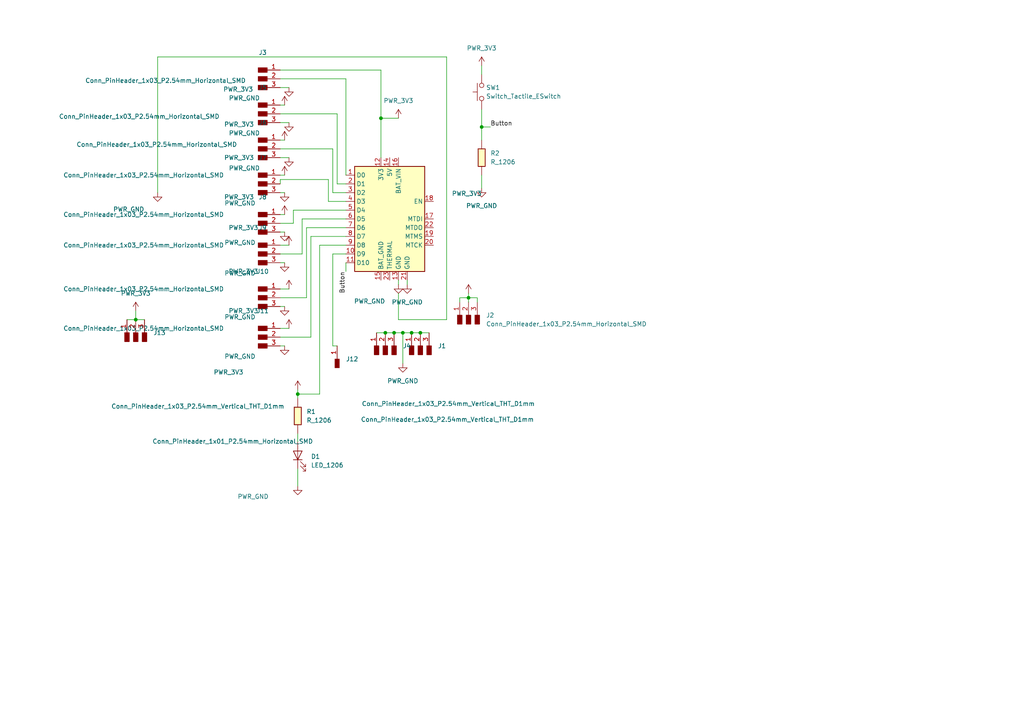
<source format=kicad_sch>
(kicad_sch (version 20231120) (generator "eeschema") (generator_version "8.0")
  (paper "A4")
  (lib_symbols
    (symbol "Fab:Conn_PinHeader_1x01_P2.54mm_Horizontal_SMD" (pin_names (offset 1.016) hide)
      (property "Reference" "J" (at 0 2.54 0))
      (property "Value" "Conn_PinHeader_1x01_P2.54mm_Horizontal_SMD" (at 0 -2.54 0))
      (symbol "Conn_PinHeader_1x01_P2.54mm_Horizontal_SMD_1_1"
        (rectangle (start -1.27 0.635) (end 1.27 -0.635) (stroke (width 0.1524)) (fill (type outline)))
        (pin passive line (at 5.08 0 180) (length 3.81) (name "Pin_1") (number "1"))
      )
    )
    (symbol "Fab:Conn_PinHeader_1x03_P2.54mm_Horizontal_SMD" (pin_names hide)
      (property "Reference" "J" (at 0 5.08 0))
      (property "Value" "Conn_PinHeader_1x03_P2.54mm_Horizontal_SMD" (at 0 -5.08 0))
      (symbol "Conn_PinHeader_1x03_P2.54mm_Horizontal_SMD_1_1"
        (rectangle (start -1.27 -1.905) (end 1.27 -3.175) (stroke (width 0.254)) (fill (type outline)))
        (rectangle (start -1.27 0.635) (end 1.27 -0.635) (stroke (width 0.254)) (fill (type outline)))
        (rectangle (start -1.27 3.175) (end 1.27 1.905) (stroke (width 0.254)) (fill (type outline)))
        (pin passive line (at 5.08 2.54 180) (length 3.81) (name "Pin_1") (number "1"))
        (pin passive line (at 5.08 0 180) (length 3.81) (name "Pin_2") (number "2"))
        (pin passive line (at 5.08 -2.54 180) (length 3.81) (name "Pin_3") (number "3"))
      )
    )
    (symbol "Fab:Conn_PinHeader_1x03_P2.54mm_Vertical_THT_D1mm" (pin_names hide)
      (property "Reference" "J" (at 0 5.08 0))
      (property "Value" "Conn_PinHeader_1x03_P2.54mm_Vertical_THT_D1mm" (at 0 -5.08 0))
      (symbol "Conn_PinHeader_1x03_P2.54mm_Vertical_THT_D1mm_1_1"
        (rectangle (start -1.27 -1.905) (end 1.27 -3.175) (stroke (width 0.254)) (fill (type outline)))
        (rectangle (start -1.27 0.635) (end 1.27 -0.635) (stroke (width 0.254)) (fill (type outline)))
        (rectangle (start -1.27 3.175) (end 1.27 1.905) (stroke (width 0.254)) (fill (type outline)))
        (pin passive line (at 5.08 2.54 180) (length 3.81) (name "Pin_1") (number "1"))
        (pin passive line (at 5.08 0 180) (length 3.81) (name "Pin_2") (number "2"))
        (pin passive line (at 5.08 -2.54 180) (length 3.81) (name "Pin_3") (number "3"))
      )
    )
    (symbol "Fab:LED_1206" (pin_numbers hide) (pin_names (offset 1.016) hide)
      (property "Reference" "D" (at 0 2.54 0))
      (property "Value" "LED_1206" (at 0 -2.54 0))
      (symbol "LED_1206_0_1"
        (polyline (pts (xy -1.27 -1.27) (xy -1.27 1.27)) (stroke (width 0.2032)))
        (polyline (pts (xy -1.27 0) (xy 1.27 0)))
        (polyline (pts (xy 1.27 -1.27) (xy 1.27 1.27) (xy -1.27 0) (xy 1.27 -1.27)) (stroke (width 0.2032)))
        (polyline (pts (xy -3.048 -0.762) (xy -4.572 -2.286) (xy -3.81 -2.286) (xy -4.572 -2.286) (xy -4.572 -1.524)))
        (polyline (pts (xy -1.778 -0.762) (xy -3.302 -2.286) (xy -2.54 -2.286) (xy -3.302 -2.286) (xy -3.302 -1.524)))
      )
      (symbol "LED_1206_1_1"
        (pin passive line (at -3.81 0 0) (length 2.54) (name "K") (number "1"))
        (pin passive line (at 3.81 0 180) (length 2.54) (name "A") (number "2"))
      )
    )
    (symbol "Fab:Module_XIAO-ESP32C3"
      (property "Reference" "M" (at -10.16 16.51 0))
      (property "Value" "Module_XIAO-ESP32C3" (at 3.81 16.51 0))
      (symbol "Module_XIAO-ESP32C3_1_1"
        (rectangle (start -10.16 15.24) (end 10.16 -15.24) (stroke (width 0.254)) (fill (type background)))
        (pin bidirectional line (at -12.7 12.7 0) (length 2.54) (name "D0") (number "1"))
        (pin bidirectional line (at -12.7 -10.16 0) (length 2.54) (name "D9") (number "10"))
        (pin bidirectional line (at -12.7 -12.7 0) (length 2.54) (name "D10") (number "11"))
        (pin power_in line (at -2.54 17.78 270) (length 2.54) (name "3V3") (number "12"))
        (pin power_in line (at 2.54 -17.78 90) (length 2.54) (name "GND") (number "13"))
        (pin power_in line (at 0 17.78 270) (length 2.54) (name "5V") (number "14"))
        (pin power_in line (at -2.54 -17.78 90) (length 2.54) (name "BAT_GND") (number "15"))
        (pin power_in line (at 2.54 17.78 270) (length 2.54) (name "BAT_VIN") (number "16"))
        (pin input line (at 12.7 0 180) (length 2.54) (name "MTDI") (number "17"))
        (pin input line (at 12.7 5.08 180) (length 2.54) (name "EN") (number "18"))
        (pin input line (at 12.7 -5.08 180) (length 2.54) (name "MTMS") (number "19"))
        (pin bidirectional line (at -12.7 10.16 0) (length 2.54) (name "D1") (number "2"))
        (pin input line (at 12.7 -7.62 180) (length 2.54) (name "MTCK") (number "20"))
        (pin power_in line (at 5.08 -17.78 90) (length 2.54) (name "GND") (number "21"))
        (pin output line (at 12.7 -2.54 180) (length 2.54) (name "MTDO") (number "22"))
        (pin power_in line (at 0 -17.78 90) (length 2.54) (name "THERMAL") (number "23"))
        (pin bidirectional line (at -12.7 7.62 0) (length 2.54) (name "D2") (number "3"))
        (pin bidirectional line (at -12.7 5.08 0) (length 2.54) (name "D3") (number "4"))
        (pin bidirectional line (at -12.7 2.54 0) (length 2.54) (name "D4") (number "5"))
        (pin bidirectional line (at -12.7 0 0) (length 2.54) (name "D5") (number "6"))
        (pin bidirectional line (at -12.7 -2.54 0) (length 2.54) (name "D6") (number "7"))
        (pin bidirectional line (at -12.7 -5.08 0) (length 2.54) (name "D7") (number "8"))
        (pin bidirectional line (at -12.7 -7.62 0) (length 2.54) (name "D8") (number "9"))
      )
    )
    (symbol "Fab:PWR_3V3" (power) (pin_names (offset 0))
      (property "Value" "PWR_3V3" (at 0 3.556 0))
      (symbol "PWR_3V3_0_1"
        (polyline (pts (xy -0.762 1.27) (xy 0 2.54)))
        (polyline (pts (xy 0 0) (xy 0 2.54)))
        (polyline (pts (xy 0 2.54) (xy 0.762 1.27)))
      )
      (symbol "PWR_3V3_1_1"
        (pin power_in line (at 0 0 90) (length 0) hide (name "PWR_3V3") (number "1"))
      )
    )
    (symbol "Fab:PWR_GND" (power) (pin_names (offset 0))
      (property "Value" "PWR_GND" (at 0 -3.81 0))
      (symbol "PWR_GND_0_1"
        (polyline (pts (xy 0 0) (xy 0 -1.27) (xy 1.27 -1.27) (xy 0 -2.54) (xy -1.27 -1.27) (xy 0 -1.27)))
      )
      (symbol "PWR_GND_1_1"
        (pin power_in line (at 0 0 270) (length 0) hide (name "PWR_GND") (number "1"))
      )
    )
    (symbol "Fab:R_1206" (pin_numbers hide) (pin_names (offset 0))
      (property "Reference" "R" (at 2.54 0 90))
      (property "Value" "R_1206" (at -2.54 0 90))
      (symbol "R_1206_0_1"
        (rectangle (start -1.016 -2.54) (end 1.016 2.54) (stroke (width 0.254)) (fill (type background)))
      )
      (symbol "R_1206_1_1"
        (pin passive line (at 0 5.08 270) (length 2.54) (name "~") (number "1"))
        (pin passive line (at 0 -5.08 90) (length 2.54) (name "~") (number "2"))
      )
    )
    (symbol "Fab:Switch_Tactile_ESwitch" (pin_numbers hide) (pin_names hide)
      (property "Reference" "SW" (at 1.905 3.175 0))
      (property "Value" "Switch_Tactile_ESwitch" (at 0 0 0))
      (symbol "Switch_Tactile_ESwitch_0_1"
        (circle (center -1.905 0) (radius 0.635))
        (polyline (pts (xy -2.54 1.27) (xy 2.54 1.27)))
        (polyline (pts (xy 0 1.27) (xy 0 2.54)))
        (circle (center 1.905 0) (radius 0.635))
      )
      (symbol "Switch_Tactile_ESwitch_1_1"
        (pin input line (at -5.08 0 0) (length 2.54) (name "") (number "1"))
        (pin input line (at -5.08 0 0) (length 2.54) hide (name "") (number "2"))
        (pin input line (at 5.08 0 180) (length 2.54) (name "") (number "3"))
        (pin input line (at 5.08 0 180) (length 2.54) hide (name "") (number "4"))
      )
    )
  )
  (junction (at 111.76 96.52))
  (junction (at 86.36 114.3))
  (junction (at 114.3 96.52))
  (junction (at 110.49 34.29))
  (junction (at 119.38 96.52))
  (junction (at 116.84 96.52))
  (junction (at 121.92 96.52))
  (junction (at 139.7 36.83))
  (junction (at 135.89 86.36))
  (junction (at 39.37 92.71))
  (wire (pts (xy 81.28 76.2) (xy 82.55 76.2)))
  (wire (pts (xy 81.28 35.56) (xy 83.82 35.56)))
  (wire (pts (xy 92.71 71.12) (xy 92.71 114.3)))
  (wire (pts (xy 39.37 90.17) (xy 39.37 92.71)))
  (wire (pts (xy 111.76 96.52) (xy 114.3 96.52)))
  (wire (pts (xy 81.28 52.07) (xy 81.28 53.34)))
  (wire (pts (xy 115.57 92.71) (xy 129.54 92.71)))
  (wire (pts (xy 100.33 63.5) (xy 87.63 63.5)))
  (wire (pts (xy 139.7 31.75) (xy 139.7 36.83)))
  (wire (pts (xy 86.36 114.3) (xy 86.36 115.57)))
  (wire (pts (xy 96.52 55.88) (xy 96.52 43.18)))
  (wire (pts (xy 116.84 96.52) (xy 119.38 96.52)))
  (wire (pts (xy 135.89 85.09) (xy 135.89 86.36)))
  (wire (pts (xy 109.22 96.52) (xy 111.76 96.52)))
  (wire (pts (xy 81.28 95.25) (xy 83.82 95.25)))
  (wire (pts (xy 81.28 22.86) (xy 100.33 22.86)))
  (wire (pts (xy 129.54 16.51) (xy 129.54 92.71)))
  (wire (pts (xy 92.71 114.3) (xy 86.36 114.3)))
  (wire (pts (xy 85.09 60.96) (xy 85.09 64.77)))
  (wire (pts (xy 95.25 52.07) (xy 81.28 52.07)))
  (wire (pts (xy 121.92 96.52) (xy 124.46 96.52)))
  (wire (pts (xy 115.57 85.09) (xy 115.57 92.71)))
  (wire (pts (xy 100.33 60.96) (xy 85.09 60.96)))
  (wire (pts (xy 115.57 81.28) (xy 115.57 82.55)))
  (wire (pts (xy 129.54 16.51) (xy 45.72 16.51)))
  (wire (pts (xy 81.28 25.4) (xy 83.82 25.4)))
  (wire (pts (xy 96.52 73.66) (xy 96.52 100.33)))
  (wire (pts (xy 139.7 50.8) (xy 139.7 54.61)))
  (wire (pts (xy 138.43 87.63) (xy 138.43 86.36)))
  (wire (pts (xy 119.38 96.52) (xy 121.92 96.52)))
  (wire (pts (xy 81.28 40.64) (xy 82.55 40.64)))
  (wire (pts (xy 100.33 53.34) (xy 97.79 53.34)))
  (wire (pts (xy 95.25 58.42) (xy 95.25 52.07)))
  (wire (pts (xy 135.89 86.36) (xy 138.43 86.36)))
  (wire (pts (xy 90.17 68.58) (xy 90.17 97.79)))
  (wire (pts (xy 86.36 125.73) (xy 86.36 128.27)))
  (wire (pts (xy 100.33 22.86) (xy 100.33 50.8)))
  (wire (pts (xy 87.63 73.66) (xy 81.28 73.66)))
  (wire (pts (xy 86.36 135.89) (xy 86.36 140.97)))
  (wire (pts (xy 90.17 97.79) (xy 81.28 97.79)))
  (wire (pts (xy 100.33 73.66) (xy 96.52 73.66)))
  (wire (pts (xy 139.7 36.83) (xy 142.24 36.83)))
  (wire (pts (xy 133.35 86.36) (xy 135.89 86.36)))
  (wire (pts (xy 96.52 100.33) (xy 97.79 100.33)))
  (wire (pts (xy 100.33 68.58) (xy 90.17 68.58)))
  (wire (pts (xy 81.28 88.9) (xy 82.55 88.9)))
  (wire (pts (xy 135.89 86.36) (xy 135.89 87.63)))
  (wire (pts (xy 88.9 86.36) (xy 81.28 86.36)))
  (wire (pts (xy 100.33 55.88) (xy 96.52 55.88)))
  (wire (pts (xy 81.28 55.88) (xy 82.55 55.88)))
  (wire (pts (xy 88.9 66.04) (xy 88.9 86.36)))
  (wire (pts (xy 85.09 64.77) (xy 81.28 64.77)))
  (wire (pts (xy 110.49 34.29) (xy 110.49 45.72)))
  (wire (pts (xy 81.28 33.02) (xy 97.79 33.02)))
  (wire (pts (xy 116.84 96.52) (xy 116.84 105.41)))
  (wire (pts (xy 139.7 19.05) (xy 139.7 21.59)))
  (wire (pts (xy 81.28 71.12) (xy 83.82 71.12)))
  (wire (pts (xy 39.37 92.71) (xy 41.91 92.71)))
  (wire (pts (xy 81.28 30.48) (xy 82.55 30.48)))
  (wire (pts (xy 81.28 67.31) (xy 82.55 67.31)))
  (wire (pts (xy 100.33 58.42) (xy 95.25 58.42)))
  (wire (pts (xy 81.28 50.8) (xy 82.55 50.8)))
  (wire (pts (xy 100.33 76.2) (xy 100.33 78.74)))
  (wire (pts (xy 100.33 66.04) (xy 88.9 66.04)))
  (wire (pts (xy 118.11 82.55) (xy 118.11 81.28)))
  (wire (pts (xy 81.28 100.33) (xy 82.55 100.33)))
  (wire (pts (xy 81.28 43.18) (xy 96.52 43.18)))
  (wire (pts (xy 36.83 92.71) (xy 39.37 92.71)))
  (wire (pts (xy 81.28 62.23) (xy 82.55 62.23)))
  (wire (pts (xy 114.3 96.52) (xy 116.84 96.52)))
  (wire (pts (xy 133.35 87.63) (xy 133.35 86.36)))
  (wire (pts (xy 110.49 34.29) (xy 115.57 34.29)))
  (wire (pts (xy 110.49 20.32) (xy 110.49 34.29)))
  (wire (pts (xy 87.63 63.5) (xy 87.63 73.66)))
  (wire (pts (xy 45.72 16.51) (xy 45.72 55.88)))
  (wire (pts (xy 81.28 83.82) (xy 83.82 83.82)))
  (wire (pts (xy 100.33 71.12) (xy 92.71 71.12)))
  (wire (pts (xy 139.7 36.83) (xy 139.7 40.64)))
  (wire (pts (xy 86.36 113.03) (xy 86.36 114.3)))
  (wire (pts (xy 81.28 20.32) (xy 110.49 20.32)))
  (wire (pts (xy 81.28 45.72) (xy 83.82 45.72)))
  (wire (pts (xy 97.79 53.34) (xy 97.79 33.02)))
  (label "Button" (at 142.24 36.83 0))
  (label "Button" (at 100.33 78.74 270))
  (symbol (lib_id "Fab:PWR_GND") (at 82.55 88.9 0) (unit 1)
    (property "Reference" "#PWR018" (effects (hide yes)))
    (property "Value" "PWR_GND" (at 69.596 91.948 0))
    (property "Description" "Power symbol creates a global label with name \"GND\" , ground" (effects (hide yes)))
  )
  (symbol (lib_id "Fab:LED_1206") (at 86.36 132.08 90) (unit 1)
    (property "Reference" "D1" (at 90.17 132.4101 90) (effects (justify right)))
    (property "Value" "LED_1206" (at 90.17 134.9501 90) (effects (justify right)))
    (property "Footprint" "fab:LED_1206" (effects (hide yes)))
    (property "Datasheet" "https://optoelectronics.liteon.com/upload/download/DS-22-98-0002/LTST-C150CKT.pdf" (effects (hide yes)))
    (property "Description" "Light emitting diode, Lite-On Inc. LTST, SMD" (effects (hide yes)))
  )
  (symbol (lib_id "Fab:PWR_3V3") (at 115.57 34.29 0) (unit 1)
    (property "Reference" "#PWR05" (effects (hide yes)))
    (property "Value" "PWR_3V3" (at 115.57 29.21 0))
    (property "Description" "Power symbol creates a global label with name \"+3V3\"" (effects (hide yes)))
  )
  (symbol (lib_id "Fab:PWR_3V3") (at 83.82 71.12 0) (unit 1)
    (property "Reference" "#PWR015" (effects (hide yes)))
    (property "Value" "PWR_3V3" (at 70.612 66.04 0))
    (property "Description" "Power symbol creates a global label with name \"+3V3\"" (effects (hide yes)))
  )
  (symbol (lib_id "Fab:Conn_PinHeader_1x03_P2.54mm_Horizontal_SMD") (at 76.2 43.18 0) (unit 1)
    (property "Reference" "J6" (at 76.2 35.56 0))
    (property "Value" "Conn_PinHeader_1x03_P2.54mm_Horizontal_SMD" (at 45.466 41.91 0))
    (property "Footprint" "fab:PinHeader_1x03_P2.54mm_Horizontal_SMD" (effects (hide yes)))
    (property "Description" "Male connector, single row" (effects (hide yes)))
  )
  (symbol (lib_id "Fab:PWR_GND") (at 139.7 54.61 0) (unit 1)
    (property "Reference" "#PWR025" (effects (hide yes)))
    (property "Value" "PWR_GND" (at 139.7 59.69 0))
    (property "Description" "Power symbol creates a global label with name \"GND\" , ground" (effects (hide yes)))
  )
  (symbol (lib_id "Fab:R_1206") (at 86.36 120.65 0) (unit 1)
    (property "Reference" "R1" (at 88.9 119.3799 0) (effects (justify left)))
    (property "Value" "R_1206" (at 88.9 121.9199 0) (effects (justify left)))
    (property "Footprint" "fab:R_1206" (effects (hide yes)))
    (property "Description" "Resistor" (effects (hide yes)))
  )
  (symbol (lib_id "Fab:Conn_PinHeader_1x03_P2.54mm_Horizontal_SMD") (at 76.2 97.79 0) (unit 1)
    (property "Reference" "J11" (at 76.2 90.17 0))
    (property "Value" "Conn_PinHeader_1x03_P2.54mm_Horizontal_SMD" (at 41.656 95.25 0))
    (property "Footprint" "fab:PinHeader_1x03_P2.54mm_Horizontal_SMD" (effects (hide yes)))
    (property "Description" "Male connector, single row" (effects (hide yes)))
  )
  (symbol (lib_id "Fab:PWR_GND") (at 118.11 82.55 0) (unit 1)
    (property "Reference" "#PWR02" (effects (hide yes)))
    (property "Value" "PWR_GND" (at 118.11 87.63 0))
    (property "Description" "Power symbol creates a global label with name \"GND\" , ground" (effects (hide yes)))
  )
  (symbol (lib_id "Fab:Conn_PinHeader_1x03_P2.54mm_Horizontal_SMD") (at 76.2 86.36 0) (unit 1)
    (property "Reference" "J10" (at 76.2 78.74 0))
    (property "Value" "Conn_PinHeader_1x03_P2.54mm_Horizontal_SMD" (at 41.656 83.82 0))
    (property "Footprint" "fab:PinHeader_1x03_P2.54mm_Horizontal_SMD" (effects (hide yes)))
    (property "Description" "Male connector, single row" (effects (hide yes)))
  )
  (symbol (lib_id "Fab:PWR_GND") (at 82.55 67.31 0) (unit 1)
    (property "Reference" "#PWR016" (effects (hide yes)))
    (property "Value" "PWR_GND" (at 69.596 70.358 0))
    (property "Description" "Power symbol creates a global label with name \"GND\" , ground" (effects (hide yes)))
  )
  (symbol (lib_id "Fab:PWR_GND") (at 86.36 140.97 0) (unit 1)
    (property "Reference" "#PWR023" (effects (hide yes)))
    (property "Value" "PWR_GND" (at 73.406 144.018 0))
    (property "Description" "Power symbol creates a global label with name \"GND\" , ground" (effects (hide yes)))
  )
  (symbol (lib_id "Fab:Switch_Tactile_ESwitch") (at 139.7 26.67 90) (unit 1)
    (property "Reference" "SW1" (at 140.97 25.3999 90) (effects (justify right)))
    (property "Value" "Switch_Tactile_ESwitch" (at 140.97 27.9399 90) (effects (justify right)))
    (property "Footprint" "fab:Button_ESwitch_TL3315NF100Q_4.5x4.5mm" (effects (hide yes)))
    (property "Datasheet" "https://media.digikey.com/pdf/Data%20Sheets/E-Switch%20PDFs/TL3315.pdf" (effects (hide yes)))
    (property "Description" "SWITCH TACTILE SPST-NO 0.05A 15V" (effects (hide yes)))
  )
  (symbol (lib_id "Fab:Conn_PinHeader_1x03_P2.54mm_Vertical_THT_D1mm") (at 39.37 97.79 90) (unit 1)
    (property "Reference" "J13" (at 44.45 96.5199 90) (effects (justify right)))
    (property "Value" "Conn_PinHeader_1x03_P2.54mm_Vertical_THT_D1mm" (at 32.258 117.856 90) (effects (justify right)))
    (property "Footprint" "fab:PinHeader_1x03_P2.54mm_Vertical_THT_D1mm" (effects (hide yes)))
    (property "Description" "Male connector, single row" (effects (hide yes)))
  )
  (symbol (lib_id "Fab:PWR_GND") (at 83.82 45.72 0) (unit 1)
    (property "Reference" "#PWR08" (effects (hide yes)))
    (property "Value" "PWR_GND" (at 70.866 48.768 0))
    (property "Description" "Power symbol creates a global label with name \"GND\" , ground" (effects (hide yes)))
  )
  (symbol (lib_id "Fab:PWR_3V3") (at 86.36 113.03 0) (unit 1)
    (property "Reference" "#PWR022" (effects (hide yes)))
    (property "Value" "PWR_3V3" (at 66.294 107.95 0))
    (property "Description" "Power symbol creates a global label with name \"+3V3\"" (effects (hide yes)))
  )
  (symbol (lib_id "Fab:Conn_PinHeader_1x03_P2.54mm_Horizontal_SMD") (at 76.2 53.34 0) (unit 1)
    (property "Reference" "J7" (at 76.2 45.72 0))
    (property "Value" "Conn_PinHeader_1x03_P2.54mm_Horizontal_SMD" (at 41.656 50.8 0))
    (property "Footprint" "fab:PinHeader_1x03_P2.54mm_Horizontal_SMD" (effects (hide yes)))
    (property "Description" "Male connector, single row" (effects (hide yes)))
  )
  (symbol (lib_id "Fab:PWR_GND") (at 115.57 82.55 0) (unit 1)
    (property "Reference" "#PWR03" (effects (hide yes)))
    (property "Value" "PWR_GND" (at 107.188 87.376 0))
    (property "Description" "Power symbol creates a global label with name \"GND\" , ground" (effects (hide yes)))
  )
  (symbol (lib_id "Fab:PWR_GND") (at 116.84 105.41 0) (unit 1)
    (property "Reference" "#PWR04" (effects (hide yes)))
    (property "Value" "PWR_GND" (at 116.84 110.49 0))
    (property "Description" "Power symbol creates a global label with name \"GND\" , ground" (effects (hide yes)))
  )
  (symbol (lib_id "Fab:PWR_3V3") (at 82.55 40.64 0) (unit 1)
    (property "Reference" "#PWR012" (effects (hide yes)))
    (property "Value" "PWR_3V3" (at 69.342 36.068 0))
    (property "Description" "Power symbol creates a global label with name \"+3V3\"" (effects (hide yes)))
  )
  (symbol (lib_id "Fab:PWR_GND") (at 83.82 35.56 0) (unit 1)
    (property "Reference" "#PWR07" (effects (hide yes)))
    (property "Value" "PWR_GND" (at 70.866 38.608 0))
    (property "Description" "Power symbol creates a global label with name \"GND\" , ground" (effects (hide yes)))
  )
  (symbol (lib_id "Fab:PWR_GND") (at 82.55 76.2 0) (unit 1)
    (property "Reference" "#PWR017" (effects (hide yes)))
    (property "Value" "PWR_GND" (at 69.596 79.248 0))
    (property "Description" "Power symbol creates a global label with name \"GND\" , ground" (effects (hide yes)))
  )
  (symbol (lib_id "Fab:Conn_PinHeader_1x01_P2.54mm_Horizontal_SMD") (at 97.79 105.41 90) (unit 1)
    (property "Reference" "J12" (at 100.33 104.1399 90) (effects (justify right)))
    (property "Value" "Conn_PinHeader_1x01_P2.54mm_Horizontal_SMD" (at 44.196 128.016 90) (effects (justify right)))
    (property "Footprint" "fab:PinHeader_1x01_P2.54mm_Horizontal_SMD" (effects (hide yes)))
    (property "Description" "Connector pin header 2.54mm pitch horizontal SMD" (effects (hide yes)))
  )
  (symbol (lib_id "Fab:R_1206") (at 139.7 45.72 0) (unit 1)
    (property "Reference" "R2" (at 142.24 44.4499 0) (effects (justify left)))
    (property "Value" "R_1206" (at 142.24 46.9899 0) (effects (justify left)))
    (property "Footprint" "fab:R_1206" (effects (hide yes)))
    (property "Description" "Resistor" (effects (hide yes)))
  )
  (symbol (lib_id "Fab:Conn_PinHeader_1x03_P2.54mm_Horizontal_SMD") (at 76.2 73.66 0) (unit 1)
    (property "Reference" "J9" (at 76.2 66.04 0))
    (property "Value" "Conn_PinHeader_1x03_P2.54mm_Horizontal_SMD" (at 41.656 71.12 0))
    (property "Footprint" "fab:PinHeader_1x03_P2.54mm_Horizontal_SMD" (effects (hide yes)))
    (property "Description" "Male connector, single row" (effects (hide yes)))
  )
  (symbol (lib_id "Fab:PWR_3V3") (at 83.82 83.82 0) (unit 1)
    (property "Reference" "#PWR019" (effects (hide yes)))
    (property "Value" "PWR_3V3" (at 70.612 78.74 0))
    (property "Description" "Power symbol creates a global label with name \"+3V3\"" (effects (hide yes)))
  )
  (symbol (lib_id "Fab:Module_XIAO-ESP32C3") (at 113.03 63.5 0) (unit 1)
    (property "Reference" "M1" (effects (hide yes)))
    (property "Value" "Module_XIAO-ESP32C3" (effects (hide yes)))
    (property "Footprint" "fab:SeeedStudio_XIAO_ESP32C3" (effects (hide yes)))
    (property "Datasheet" "https://wiki.seeedstudio.com/XIAO_ESP32C3_Getting_Started/" (effects (hide yes)))
    (property "Description" "ESP32-C3 Transceiver; 802.11 a/b/g/n (Wi-Fi, WiFi, WLAN), Bluetooth® Smart 4.x Low Energy (BLE) 2.4GHz Evaluation Board" (effects (hide yes)))
  )
  (symbol (lib_id "Fab:PWR_3V3") (at 135.89 85.09 0) (unit 1)
    (property "Reference" "#PWR01" (effects (hide yes)))
    (property "Value" "PWR_3V3" (at 135.382 56.134 0))
    (property "Description" "Power symbol creates a global label with name \"+3V3\"" (effects (hide yes)))
  )
  (symbol (lib_id "Fab:PWR_GND") (at 45.72 55.88 0) (unit 1)
    (property "Reference" "#PWR010" (effects (hide yes)))
    (property "Value" "PWR_GND" (at 37.338 60.706 0))
    (property "Description" "Power symbol creates a global label with name \"GND\" , ground" (effects (hide yes)))
  )
  (symbol (lib_id "Fab:PWR_3V3") (at 82.55 62.23 0) (unit 1)
    (property "Reference" "#PWR014" (effects (hide yes)))
    (property "Value" "PWR_3V3" (at 69.342 57.15 0))
    (property "Description" "Power symbol creates a global label with name \"+3V3\"" (effects (hide yes)))
  )
  (symbol (lib_id "Fab:Conn_PinHeader_1x03_P2.54mm_Vertical_THT_D1mm") (at 111.76 101.6 90) (unit 1)
    (property "Reference" "J4" (at 116.84 100.3299 90) (effects (justify right)))
    (property "Value" "Conn_PinHeader_1x03_P2.54mm_Vertical_THT_D1mm" (at 104.648 121.666 90) (effects (justify right)))
    (property "Footprint" "fab:PinHeader_1x03_P2.54mm_Vertical_THT_D1mm" (effects (hide yes)))
    (property "Description" "Male connector, single row" (effects (hide yes)))
  )
  (symbol (lib_id "Fab:PWR_GND") (at 82.55 100.33 0) (unit 1)
    (property "Reference" "#PWR020" (effects (hide yes)))
    (property "Value" "PWR_GND" (at 69.596 103.378 0))
    (property "Description" "Power symbol creates a global label with name \"GND\" , ground" (effects (hide yes)))
  )
  (symbol (lib_id "Fab:PWR_GND") (at 82.55 55.88 0) (unit 1)
    (property "Reference" "#PWR09" (effects (hide yes)))
    (property "Value" "PWR_GND" (at 69.596 58.928 0))
    (property "Description" "Power symbol creates a global label with name \"GND\" , ground" (effects (hide yes)))
  )
  (symbol (lib_id "Fab:Conn_PinHeader_1x03_P2.54mm_Horizontal_SMD") (at 76.2 22.86 0) (unit 1)
    (property "Reference" "J3" (at 76.2 15.24 0))
    (property "Value" "Conn_PinHeader_1x03_P2.54mm_Horizontal_SMD" (at 48.006 23.368 0))
    (property "Footprint" "fab:PinHeader_1x03_P2.54mm_Horizontal_SMD" (effects (hide yes)))
    (property "Description" "Male connector, single row" (effects (hide yes)))
  )
  (symbol (lib_id "Fab:Conn_PinHeader_1x03_P2.54mm_Horizontal_SMD") (at 76.2 33.02 0) (unit 1)
    (property "Reference" "J5" (at 76.2 25.4 0))
    (property "Value" "Conn_PinHeader_1x03_P2.54mm_Horizontal_SMD" (at 40.386 33.782 0))
    (property "Footprint" "fab:PinHeader_1x03_P2.54mm_Horizontal_SMD" (effects (hide yes)))
    (property "Description" "Male connector, single row" (effects (hide yes)))
  )
  (symbol (lib_id "Fab:PWR_3V3") (at 82.55 50.8 0) (unit 1)
    (property "Reference" "#PWR013" (effects (hide yes)))
    (property "Value" "PWR_3V3" (at 69.342 45.72 0))
    (property "Description" "Power symbol creates a global label with name \"+3V3\"" (effects (hide yes)))
  )
  (symbol (lib_id "Fab:PWR_3V3") (at 139.7 19.05 0) (unit 1)
    (property "Reference" "#PWR024" (effects (hide yes)))
    (property "Value" "PWR_3V3" (at 139.7 13.97 0))
    (property "Description" "Power symbol creates a global label with name \"+3V3\"" (effects (hide yes)))
  )
  (symbol (lib_id "Fab:Conn_PinHeader_1x03_P2.54mm_Vertical_THT_D1mm") (at 121.92 101.6 90) (unit 1)
    (property "Reference" "J1" (at 127 100.3299 90) (effects (justify right)))
    (property "Value" "Conn_PinHeader_1x03_P2.54mm_Vertical_THT_D1mm" (at 104.902 117.094 90) (effects (justify right)))
    (property "Footprint" "fab:PinHeader_1x03_P2.54mm_Vertical_THT_D1mm" (effects (hide yes)))
    (property "Description" "Male connector, single row" (effects (hide yes)))
  )
  (symbol (lib_id "Fab:Conn_PinHeader_1x03_P2.54mm_Horizontal_SMD") (at 76.2 64.77 0) (unit 1)
    (property "Reference" "J8" (at 76.2 57.15 0))
    (property "Value" "Conn_PinHeader_1x03_P2.54mm_Horizontal_SMD" (at 41.656 62.23 0))
    (property "Footprint" "fab:PinHeader_1x03_P2.54mm_Horizontal_SMD" (effects (hide yes)))
    (property "Description" "Male connector, single row" (effects (hide yes)))
  )
  (symbol (lib_id "Fab:PWR_3V3") (at 82.55 30.48 0) (unit 1)
    (property "Reference" "#PWR011" (effects (hide yes)))
    (property "Value" "PWR_3V3" (at 69.088 25.908 0))
    (property "Description" "Power symbol creates a global label with name \"+3V3\"" (effects (hide yes)))
  )
  (symbol (lib_id "Fab:PWR_3V3") (at 83.82 95.25 0) (unit 1)
    (property "Reference" "#PWR021" (effects (hide yes)))
    (property "Value" "PWR_3V3" (at 70.612 90.17 0))
    (property "Description" "Power symbol creates a global label with name \"+3V3\"" (effects (hide yes)))
  )
  (symbol (lib_id "Fab:PWR_GND") (at 83.82 25.4 0) (unit 1)
    (property "Reference" "#PWR06" (effects (hide yes)))
    (property "Value" "PWR_GND" (at 70.866 28.448 0))
    (property "Description" "Power symbol creates a global label with name \"GND\" , ground" (effects (hide yes)))
  )
  (symbol (lib_id "Fab:PWR_3V3") (at 39.37 90.17 0) (unit 1)
    (property "Reference" "#PWR026" (effects (hide yes)))
    (property "Value" "PWR_3V3" (at 39.37 85.09 0))
    (property "Description" "Power symbol creates a global label with name \"+3V3\"" (effects (hide yes)))
  )
  (symbol (lib_id "Fab:Conn_PinHeader_1x03_P2.54mm_Horizontal_SMD") (at 135.89 92.71 90) (unit 1)
    (property "Reference" "J2" (at 140.97 91.4399 90) (effects (justify right)))
    (property "Value" "Conn_PinHeader_1x03_P2.54mm_Horizontal_SMD" (at 140.97 93.9799 90) (effects (justify right)))
    (property "Footprint" "fab:PinHeader_1x03_P2.54mm_Horizontal_SMD" (effects (hide yes)))
    (property "Description" "Male connector, single row" (effects (hide yes)))
  )
)
</source>
